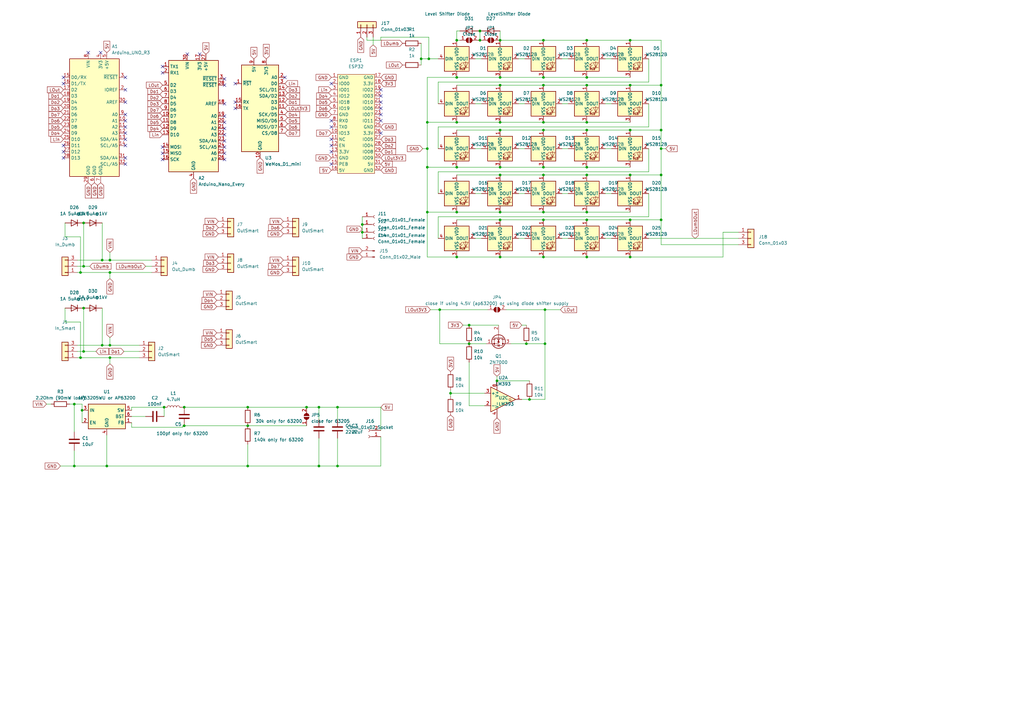
<source format=kicad_sch>
(kicad_sch (version 20230121) (generator eeschema)
  (paper "A3")
  (junction (at 240.665 71.755))
  (junction (at 187.325 31.75))
  (junction (at 45.085 106.68))
  (junction (at 258.445 105.41))
  (junction (at 223.52 127))
  (junction (at 30.48 191.135))
  (junction (at 138.43 167.005))
  (junction (at 187.325 50.165))
  (junction (at 205.105 16.51))
  (junction (at 45.085 141.605))
  (junction (at 33.655 168.275))
  (junction (at 196.85 16.51))
  (junction (at 148.59 95.25))
  (junction (at 130.81 167.005))
  (junction (at 175.895 24.13))
  (junction (at 205.105 53.34))
  (junction (at 45.085 111.76))
  (junction (at 175.26 50.165))
  (junction (at 258.445 34.925))
  (junction (at 205.105 90.17))
  (junction (at 101.6 167.005))
  (junction (at 148.59 92.075))
  (junction (at 240.665 68.58))
  (junction (at 175.26 60.96))
  (junction (at 30.48 165.735))
  (junction (at 205.105 86.995))
  (junction (at 215.9 140.97))
  (junction (at 187.325 86.995))
  (junction (at 271.145 60.96))
  (junction (at 184.785 161.29))
  (junction (at 222.885 34.925))
  (junction (at 240.665 50.165))
  (junction (at 34.29 109.22))
  (junction (at 172.72 24.13))
  (junction (at 222.885 50.165))
  (junction (at 205.105 105.41))
  (junction (at 240.665 16.51))
  (junction (at 222.885 31.75))
  (junction (at 217.17 163.83))
  (junction (at 271.145 34.925))
  (junction (at 34.29 144.145))
  (junction (at 240.665 105.41))
  (junction (at 192.405 140.97))
  (junction (at 222.885 105.41))
  (junction (at 192.405 133.35))
  (junction (at 223.52 140.97))
  (junction (at 205.105 71.755))
  (junction (at 67.31 167.005))
  (junction (at 222.885 90.17))
  (junction (at 240.665 53.34))
  (junction (at 240.665 34.925))
  (junction (at 222.885 86.995))
  (junction (at 222.885 16.51))
  (junction (at 240.665 86.995))
  (junction (at 101.6 191.135))
  (junction (at 271.145 90.17))
  (junction (at 258.445 16.51))
  (junction (at 180.34 127))
  (junction (at 205.105 31.75))
  (junction (at 43.815 191.135))
  (junction (at 75.565 174.625))
  (junction (at 34.29 91.44))
  (junction (at 175.26 68.58))
  (junction (at 222.885 53.34))
  (junction (at 205.105 34.925))
  (junction (at 240.665 90.17))
  (junction (at 271.145 71.755))
  (junction (at 34.29 126.365))
  (junction (at 33.02 111.76))
  (junction (at 187.325 105.41))
  (junction (at 187.325 16.51))
  (junction (at 41.91 106.68))
  (junction (at 258.445 53.34))
  (junction (at 41.91 141.605))
  (junction (at 222.885 71.755))
  (junction (at 130.81 191.135))
  (junction (at 203.835 156.21))
  (junction (at 175.26 86.995))
  (junction (at 240.665 31.75))
  (junction (at 33.02 146.685))
  (junction (at 258.445 71.755))
  (junction (at 138.43 191.135))
  (junction (at 75.565 167.005))
  (junction (at 196.85 12.7))
  (junction (at 271.145 53.34))
  (junction (at 125.73 167.005))
  (junction (at 258.445 90.17))
  (junction (at 101.6 174.625))
  (junction (at 222.885 68.58))
  (junction (at 205.105 68.58))
  (junction (at 45.085 146.685))
  (junction (at 205.105 50.165))
  (junction (at 187.325 68.58))
  (no_connect (at 156.21 54.61))
  (no_connect (at 51.435 67.31))
  (no_connect (at 92.075 50.165))
  (no_connect (at 92.075 62.865))
  (no_connect (at 81.915 22.225))
  (no_connect (at 51.435 46.99))
  (no_connect (at 135.89 67.31))
  (no_connect (at 51.435 54.61))
  (no_connect (at 96.52 44.45))
  (no_connect (at 135.89 52.07))
  (no_connect (at 156.21 41.91))
  (no_connect (at 26.035 31.75))
  (no_connect (at 135.89 49.53))
  (no_connect (at 135.89 62.23))
  (no_connect (at 92.075 57.785))
  (no_connect (at 92.075 42.545))
  (no_connect (at 51.435 41.91))
  (no_connect (at 96.52 34.29))
  (no_connect (at 92.075 47.625))
  (no_connect (at 135.89 34.29))
  (no_connect (at 92.075 34.925))
  (no_connect (at 66.675 62.865))
  (no_connect (at 156.21 44.45))
  (no_connect (at 51.435 64.77))
  (no_connect (at 26.035 62.23))
  (no_connect (at 51.435 36.83))
  (no_connect (at 135.89 57.15))
  (no_connect (at 26.035 34.29))
  (no_connect (at 51.435 52.07))
  (no_connect (at 156.21 39.37))
  (no_connect (at 92.075 60.325))
  (no_connect (at 26.035 59.69))
  (no_connect (at 66.675 60.325))
  (no_connect (at 51.435 57.15))
  (no_connect (at 51.435 49.53))
  (no_connect (at 66.675 29.845))
  (no_connect (at 51.435 59.69))
  (no_connect (at 51.435 31.75))
  (no_connect (at 36.195 21.59))
  (no_connect (at 26.035 64.77))
  (no_connect (at 92.075 55.245))
  (no_connect (at 92.075 65.405))
  (no_connect (at 156.21 46.99))
  (no_connect (at 41.275 21.59))
  (no_connect (at 92.075 32.385))
  (no_connect (at 76.835 22.225))
  (no_connect (at 156.21 36.83))
  (no_connect (at 66.675 27.305))
  (no_connect (at 66.675 65.405))
  (no_connect (at 92.075 52.705))
  (no_connect (at 156.21 49.53))
  (no_connect (at 96.52 41.91))
  (no_connect (at 116.84 31.75))
  (no_connect (at 135.89 59.69))
  (wire (pts (xy 205.105 31.75) (xy 187.325 31.75)))
  (wire (pts (xy 205.105 71.755) (xy 222.885 71.755)))
  (wire (pts (xy 31.75 144.145) (xy 34.29 144.145)))
  (wire (pts (xy 34.29 144.145) (xy 39.37 144.145)))
  (wire (pts (xy 101.6 167.005) (xy 125.73 167.005)))
  (wire (pts (xy 196.215 12.7) (xy 196.85 12.7)))
  (wire (pts (xy 30.48 165.735) (xy 30.48 177.165)))
  (wire (pts (xy 175.895 24.13) (xy 175.895 15.24)))
  (wire (pts (xy 194.945 79.375) (xy 197.485 79.375)))
  (wire (pts (xy 273.05 60.96) (xy 271.145 60.96)))
  (wire (pts (xy 150.495 15.24) (xy 150.495 16.51)))
  (wire (pts (xy 189.865 133.35) (xy 192.405 133.35)))
  (wire (pts (xy 26.67 97.155) (xy 33.02 97.155)))
  (wire (pts (xy 212.725 60.96) (xy 215.265 60.96)))
  (wire (pts (xy 271.145 60.96) (xy 271.145 71.755)))
  (wire (pts (xy 53.975 168.275) (xy 53.975 167.005)))
  (wire (pts (xy 240.665 16.51) (xy 258.445 16.51)))
  (wire (pts (xy 217.17 156.21) (xy 203.835 156.21)))
  (wire (pts (xy 19.05 165.735) (xy 20.955 165.735)))
  (wire (pts (xy 156.21 176.53) (xy 156.21 167.005)))
  (wire (pts (xy 45.085 111.76) (xy 62.23 111.76)))
  (wire (pts (xy 212.725 79.375) (xy 215.265 79.375)))
  (wire (pts (xy 222.885 34.925) (xy 240.665 34.925)))
  (wire (pts (xy 240.665 86.995) (xy 222.885 86.995)))
  (wire (pts (xy 205.105 68.58) (xy 187.325 68.58)))
  (wire (pts (xy 192.405 166.37) (xy 192.405 148.59)))
  (wire (pts (xy 33.02 146.685) (xy 45.085 146.685)))
  (wire (pts (xy 180.34 140.97) (xy 180.34 127)))
  (wire (pts (xy 138.43 167.005) (xy 156.21 167.005)))
  (wire (pts (xy 271.145 90.17) (xy 258.445 90.17)))
  (wire (pts (xy 31.75 141.605) (xy 41.91 141.605)))
  (wire (pts (xy 205.105 16.51) (xy 222.885 16.51)))
  (wire (pts (xy 31.75 146.685) (xy 33.02 146.685)))
  (wire (pts (xy 258.445 68.58) (xy 240.665 68.58)))
  (wire (pts (xy 240.665 71.755) (xy 258.445 71.755)))
  (wire (pts (xy 101.6 182.245) (xy 101.6 191.135)))
  (wire (pts (xy 222.885 16.51) (xy 240.665 16.51)))
  (wire (pts (xy 45.085 106.68) (xy 62.23 106.68)))
  (wire (pts (xy 180.34 127) (xy 200.025 127)))
  (wire (pts (xy 75.565 174.625) (xy 101.6 174.625)))
  (wire (pts (xy 138.43 167.005) (xy 138.43 172.085)))
  (wire (pts (xy 59.69 109.22) (xy 62.23 109.22)))
  (wire (pts (xy 212.725 42.545) (xy 215.265 42.545)))
  (wire (pts (xy 266.065 52.07) (xy 179.705 52.07)))
  (wire (pts (xy 248.285 60.96) (xy 250.825 60.96)))
  (wire (pts (xy 50.8 144.145) (xy 57.15 144.145)))
  (wire (pts (xy 187.325 53.34) (xy 205.105 53.34)))
  (wire (pts (xy 184.785 160.02) (xy 184.785 161.29)))
  (wire (pts (xy 156.21 15.24) (xy 175.895 15.24)))
  (wire (pts (xy 31.75 106.68) (xy 41.91 106.68)))
  (wire (pts (xy 187.325 34.925) (xy 205.105 34.925)))
  (wire (pts (xy 266.065 88.9) (xy 179.705 88.9)))
  (wire (pts (xy 196.85 12.7) (xy 196.85 16.51)))
  (wire (pts (xy 45.085 138.43) (xy 45.085 141.605)))
  (wire (pts (xy 222.885 50.165) (xy 240.665 50.165)))
  (wire (pts (xy 45.085 111.76) (xy 45.085 114.3)))
  (wire (pts (xy 258.445 90.17) (xy 240.665 90.17)))
  (wire (pts (xy 148.59 92.075) (xy 148.59 95.25)))
  (wire (pts (xy 271.145 53.34) (xy 271.145 60.96)))
  (wire (pts (xy 187.325 68.58) (xy 175.26 68.58)))
  (wire (pts (xy 223.52 163.83) (xy 223.52 140.97)))
  (wire (pts (xy 302.895 100.33) (xy 271.145 100.33)))
  (wire (pts (xy 45.085 146.685) (xy 45.085 149.225)))
  (wire (pts (xy 199.39 140.97) (xy 192.405 140.97)))
  (wire (pts (xy 33.02 97.155) (xy 33.02 111.76)))
  (wire (pts (xy 222.885 71.755) (xy 240.665 71.755)))
  (wire (pts (xy 205.105 86.995) (xy 187.325 86.995)))
  (wire (pts (xy 187.325 86.995) (xy 175.26 86.995)))
  (wire (pts (xy 75.565 174.625) (xy 74.93 174.625)))
  (wire (pts (xy 196.85 12.7) (xy 197.485 12.7)))
  (wire (pts (xy 222.885 53.34) (xy 240.665 53.34)))
  (wire (pts (xy 230.505 79.375) (xy 233.045 79.375)))
  (wire (pts (xy 53.975 175.26) (xy 53.975 173.355)))
  (wire (pts (xy 31.75 109.22) (xy 34.29 109.22)))
  (wire (pts (xy 153.035 15.24) (xy 153.035 18.415)))
  (wire (pts (xy 187.325 12.7) (xy 187.325 16.51)))
  (wire (pts (xy 258.445 53.34) (xy 271.145 53.34)))
  (wire (pts (xy 41.91 141.605) (xy 45.085 141.605)))
  (wire (pts (xy 205.105 53.34) (xy 222.885 53.34)))
  (wire (pts (xy 258.445 105.41) (xy 296.545 105.41)))
  (wire (pts (xy 74.93 175.26) (xy 53.975 175.26)))
  (wire (pts (xy 266.065 42.545) (xy 266.065 52.07)))
  (wire (pts (xy 266.065 97.79) (xy 302.895 97.79)))
  (wire (pts (xy 266.065 70.485) (xy 179.705 70.485)))
  (wire (pts (xy 148.59 95.25) (xy 148.59 97.79)))
  (wire (pts (xy 213.995 133.35) (xy 215.9 133.35)))
  (wire (pts (xy 34.29 91.44) (xy 34.29 109.22)))
  (wire (pts (xy 240.665 34.925) (xy 258.445 34.925)))
  (wire (pts (xy 212.725 97.79) (xy 215.265 97.79)))
  (wire (pts (xy 130.81 179.705) (xy 130.81 191.135)))
  (wire (pts (xy 240.665 50.165) (xy 258.445 50.165)))
  (wire (pts (xy 101.6 191.135) (xy 130.81 191.135)))
  (wire (pts (xy 248.285 24.13) (xy 250.825 24.13)))
  (wire (pts (xy 31.75 111.76) (xy 33.02 111.76)))
  (wire (pts (xy 258.445 34.925) (xy 271.145 34.925)))
  (wire (pts (xy 24.765 191.135) (xy 30.48 191.135)))
  (wire (pts (xy 33.02 111.76) (xy 45.085 111.76)))
  (wire (pts (xy 187.325 105.41) (xy 175.26 105.41)))
  (wire (pts (xy 175.26 105.41) (xy 175.26 86.995)))
  (wire (pts (xy 258.445 71.755) (xy 271.145 71.755)))
  (wire (pts (xy 188.595 12.7) (xy 187.325 12.7)))
  (wire (pts (xy 175.26 86.995) (xy 175.26 68.58)))
  (wire (pts (xy 266.065 60.96) (xy 266.065 70.485)))
  (wire (pts (xy 43.815 191.135) (xy 43.815 178.435)))
  (wire (pts (xy 222.885 31.75) (xy 205.105 31.75)))
  (wire (pts (xy 175.26 68.58) (xy 175.26 60.96)))
  (wire (pts (xy 176.53 127) (xy 180.34 127)))
  (wire (pts (xy 179.705 52.07) (xy 179.705 60.96)))
  (wire (pts (xy 222.885 86.995) (xy 205.105 86.995)))
  (wire (pts (xy 33.655 168.275) (xy 33.655 165.735)))
  (wire (pts (xy 184.785 161.29) (xy 184.785 162.56)))
  (wire (pts (xy 172.72 24.13) (xy 175.895 24.13)))
  (wire (pts (xy 205.105 50.165) (xy 222.885 50.165)))
  (wire (pts (xy 192.405 133.35) (xy 204.47 133.35)))
  (wire (pts (xy 215.9 140.97) (xy 223.52 140.97)))
  (wire (pts (xy 209.55 140.97) (xy 215.9 140.97)))
  (wire (pts (xy 75.565 167.005) (xy 101.6 167.005)))
  (wire (pts (xy 266.065 33.655) (xy 179.705 33.655)))
  (wire (pts (xy 194.945 60.96) (xy 197.485 60.96)))
  (wire (pts (xy 213.995 163.83) (xy 217.17 163.83)))
  (wire (pts (xy 248.285 42.545) (xy 250.825 42.545)))
  (wire (pts (xy 173.355 60.96) (xy 175.26 60.96)))
  (wire (pts (xy 74.93 174.625) (xy 74.93 175.26)))
  (wire (pts (xy 45.085 141.605) (xy 57.15 141.605)))
  (wire (pts (xy 248.285 97.79) (xy 250.825 97.79)))
  (wire (pts (xy 187.325 71.755) (xy 205.105 71.755)))
  (wire (pts (xy 230.505 42.545) (xy 233.045 42.545)))
  (wire (pts (xy 205.105 12.7) (xy 205.105 16.51)))
  (wire (pts (xy 196.85 16.51) (xy 197.485 16.51)))
  (wire (pts (xy 271.145 34.925) (xy 271.145 53.34)))
  (wire (pts (xy 296.545 105.41) (xy 296.545 95.25)))
  (wire (pts (xy 130.81 167.005) (xy 130.81 172.085)))
  (wire (pts (xy 194.945 97.79) (xy 197.485 97.79)))
  (wire (pts (xy 222.885 105.41) (xy 205.105 105.41)))
  (wire (pts (xy 26.67 91.44) (xy 26.67 97.155)))
  (wire (pts (xy 205.105 34.925) (xy 222.885 34.925)))
  (wire (pts (xy 212.725 24.13) (xy 215.265 24.13)))
  (wire (pts (xy 179.705 33.655) (xy 179.705 42.545)))
  (wire (pts (xy 53.975 167.005) (xy 67.31 167.005)))
  (wire (pts (xy 205.105 90.17) (xy 187.325 90.17)))
  (wire (pts (xy 240.665 68.58) (xy 222.885 68.58)))
  (wire (pts (xy 175.895 24.13) (xy 179.705 24.13)))
  (wire (pts (xy 248.285 79.375) (xy 250.825 79.375)))
  (wire (pts (xy 172.72 17.78) (xy 172.72 24.13)))
  (wire (pts (xy 217.17 163.83) (xy 223.52 163.83)))
  (wire (pts (xy 138.43 179.705) (xy 138.43 191.135)))
  (wire (pts (xy 28.575 165.735) (xy 30.48 165.735)))
  (wire (pts (xy 150.495 16.51) (xy 156.21 16.51)))
  (wire (pts (xy 41.91 106.68) (xy 45.085 106.68)))
  (wire (pts (xy 266.065 79.375) (xy 266.065 88.9)))
  (wire (pts (xy 175.26 31.75) (xy 175.26 50.165)))
  (wire (pts (xy 240.665 53.34) (xy 258.445 53.34)))
  (wire (pts (xy 258.445 31.75) (xy 240.665 31.75)))
  (wire (pts (xy 33.02 132.08) (xy 33.02 146.685)))
  (wire (pts (xy 205.105 105.41) (xy 187.325 105.41)))
  (wire (pts (xy 130.81 191.135) (xy 138.43 191.135)))
  (wire (pts (xy 33.655 168.275) (xy 33.655 173.355)))
  (wire (pts (xy 266.065 24.13) (xy 266.065 33.655)))
  (wire (pts (xy 194.945 42.545) (xy 197.485 42.545)))
  (wire (pts (xy 26.67 132.08) (xy 33.02 132.08)))
  (wire (pts (xy 148.59 88.9) (xy 148.59 92.075)))
  (wire (pts (xy 101.6 174.625) (xy 125.73 174.625)))
  (wire (pts (xy 230.505 97.79) (xy 233.045 97.79)))
  (wire (pts (xy 271.145 16.51) (xy 271.145 34.925)))
  (wire (pts (xy 34.29 126.365) (xy 34.29 144.145)))
  (wire (pts (xy 240.665 31.75) (xy 222.885 31.75)))
  (wire (pts (xy 223.52 140.97) (xy 223.52 127)))
  (wire (pts (xy 271.145 71.755) (xy 271.145 90.17)))
  (wire (pts (xy 203.835 154.305) (xy 203.835 156.21)))
  (wire (pts (xy 45.085 103.505) (xy 45.085 106.68)))
  (wire (pts (xy 179.705 88.9) (xy 179.705 97.79)))
  (wire (pts (xy 207.645 127) (xy 223.52 127)))
  (wire (pts (xy 230.505 24.13) (xy 233.045 24.13)))
  (wire (pts (xy 184.785 161.29) (xy 198.755 161.29)))
  (wire (pts (xy 222.885 68.58) (xy 205.105 68.58)))
  (wire (pts (xy 240.665 90.17) (xy 222.885 90.17)))
  (wire (pts (xy 196.215 16.51) (xy 196.85 16.51)))
  (wire (pts (xy 53.975 170.815) (xy 59.69 170.815)))
  (wire (pts (xy 192.405 140.97) (xy 180.34 140.97)))
  (wire (pts (xy 187.325 50.165) (xy 205.105 50.165)))
  (wire (pts (xy 45.085 146.685) (xy 57.15 146.685)))
  (wire (pts (xy 240.665 105.41) (xy 222.885 105.41)))
  (wire (pts (xy 30.48 191.135) (xy 43.815 191.135)))
  (wire (pts (xy 179.705 70.485) (xy 179.705 79.375)))
  (wire (pts (xy 125.73 167.005) (xy 130.81 167.005)))
  (wire (pts (xy 258.445 16.51) (xy 271.145 16.51)))
  (wire (pts (xy 230.505 60.96) (xy 233.045 60.96)))
  (wire (pts (xy 156.21 179.07) (xy 156.21 191.135)))
  (wire (pts (xy 30.48 184.785) (xy 30.48 191.135)))
  (wire (pts (xy 222.885 90.17) (xy 205.105 90.17)))
  (wire (pts (xy 138.43 191.135) (xy 156.21 191.135)))
  (wire (pts (xy 156.21 16.51) (xy 156.21 15.24)))
  (wire (pts (xy 74.93 167.005) (xy 75.565 167.005)))
  (wire (pts (xy 34.29 109.22) (xy 36.83 109.22)))
  (wire (pts (xy 271.145 100.33) (xy 271.145 90.17)))
  (wire (pts (xy 30.48 165.735) (xy 33.655 165.735)))
  (wire (pts (xy 175.26 60.96) (xy 175.26 50.165)))
  (wire (pts (xy 187.325 16.51) (xy 188.595 16.51)))
  (wire (pts (xy 43.815 191.135) (xy 101.6 191.135)))
  (wire (pts (xy 67.31 167.005) (xy 67.31 170.815)))
  (wire (pts (xy 194.945 24.13) (xy 197.485 24.13)))
  (wire (pts (xy 258.445 105.41) (xy 240.665 105.41)))
  (wire (pts (xy 175.26 50.165) (xy 187.325 50.165)))
  (wire (pts (xy 172.72 24.13) (xy 172.72 26.67)))
  (wire (pts (xy 223.52 127) (xy 229.87 127)))
  (wire (pts (xy 41.91 91.44) (xy 41.91 106.68)))
  (wire (pts (xy 187.325 31.75) (xy 175.26 31.75)))
  (wire (pts (xy 130.81 167.005) (xy 138.43 167.005)))
  (wire (pts (xy 258.445 86.995) (xy 240.665 86.995)))
  (wire (pts (xy 26.67 126.365) (xy 26.67 132.08)))
  (wire (pts (xy 198.755 166.37) (xy 192.405 166.37)))
  (wire (pts (xy 296.545 95.25) (xy 302.895 95.25)))
  (wire (pts (xy 41.91 126.365) (xy 41.91 141.605)))
  (global_label "GND" (shape input) (at 89.535 95.885 180) (property "Intersheetrefs" "${INTERSHEET_REFS}" (effects hide)))
  (global_label "Do5" (shape input) (at 116.84 49.53 0) (property "Intersheetrefs" "${INTERSHEET_REFS}" (effects hide)))
  (global_label "GND" (shape input) (at 156.21 69.85 0) (property "Intersheetrefs" "${INTERSHEET_REFS}" (effects hide)))
  (global_label "GND" (shape input) (at 38.735 74.93 270) (property "Intersheetrefs" "${INTERSHEET_REFS}" (effects hide)))
  (global_label "GND" (shape input) (at 88.9 125.73 180) (property "Intersheetrefs" "${INTERSHEET_REFS}" (effects hide)))
  (global_label "Do3" (shape input) (at 156.21 57.15 0) (property "Intersheetrefs" "${INTERSHEET_REFS}" (effects hide)))
  (global_label "LDumbOut" (shape input) (at 59.69 109.22 180) (property "Intersheetrefs" "${INTERSHEET_REFS}" (effects hide)))
  (global_label "Do6" (shape input) (at 116.84 52.07 0) (property "Intersheetrefs" "${INTERSHEET_REFS}" (effects hide)))
  (global_label "LOut" (shape input) (at 66.675 34.925 180) (property "Intersheetrefs" "${INTERSHEET_REFS}" (effects hide)))
  (global_label "VIN" (shape input) (at 88.9 136.525 180) (property "Intersheetrefs" "${INTERSHEET_REFS}" (effects hide)))
  (global_label "LOut" (shape input) (at 229.87 127 0) (property "Intersheetrefs" "${INTERSHEET_REFS}" (effects hide)))
  (global_label "Do5" (shape input) (at 88.9 139.065 180) (property "Intersheetrefs" "${INTERSHEET_REFS}" (effects hide)))
  (global_label "LOut3V3" (shape input) (at 156.21 64.77 0) (property "Intersheetrefs" "${INTERSHEET_REFS}" (effects hide)))
  (global_label "Do3" (shape input) (at 66.675 42.545 180) (property "Intersheetrefs" "${INTERSHEET_REFS}" (effects hide)))
  (global_label "Do6" (shape input) (at 66.675 47.625 180) (property "Intersheetrefs" "${INTERSHEET_REFS}" (effects hide)))
  (global_label "VIN" (shape input) (at 116.205 106.68 180) (property "Intersheetrefs" "${INTERSHEET_REFS}" (effects hide)))
  (global_label "Do4" (shape input) (at 26.035 54.61 180) (property "Intersheetrefs" "${INTERSHEET_REFS}" (effects hide)))
  (global_label "Do6" (shape input) (at 116.205 93.345 180) (property "Intersheetrefs" "${INTERSHEET_REFS}" (effects hide)))
  (global_label "GND" (shape input) (at 106.68 64.77 270) (property "Intersheetrefs" "${INTERSHEET_REFS}" (effects hide)))
  (global_label "Do7" (shape input) (at 26.035 46.99 180) (property "Intersheetrefs" "${INTERSHEET_REFS}" (effects hide)))
  (global_label "LDumb" (shape input) (at 36.83 109.22 0) (property "Intersheetrefs" "${INTERSHEET_REFS}" (effects hide)))
  (global_label "Do3" (shape input) (at 26.035 44.45 180) (property "Intersheetrefs" "${INTERSHEET_REFS}" (effects hide)))
  (global_label "LOut" (shape input) (at 26.035 36.83 180) (property "Intersheetrefs" "${INTERSHEET_REFS}" (effects hide)))
  (global_label "VIN" (shape input) (at 89.535 90.805 180) (property "Intersheetrefs" "${INTERSHEET_REFS}" (effects hide)))
  (global_label "GND" (shape input) (at 116.205 95.885 180) (property "Intersheetrefs" "${INTERSHEET_REFS}" (effects hide)))
  (global_label "5V" (shape input) (at 213.995 133.35 180) (property "Intersheetrefs" "${INTERSHEET_REFS}" (effects hide)))
  (global_label "5V" (shape input) (at 104.14 24.13 90) (property "Intersheetrefs" "${INTERSHEET_REFS}" (effects hide)))
  (global_label "Lin" (shape input) (at 39.37 144.145 0) (property "Intersheetrefs" "${INTERSHEET_REFS}" (effects hide)))
  (global_label "Do2" (shape input) (at 26.035 41.91 180) (property "Intersheetrefs" "${INTERSHEET_REFS}" (effects hide)))
  (global_label "Do7" (shape input) (at 66.675 45.085 180) (property "Intersheetrefs" "${INTERSHEET_REFS}" (effects hide)))
  (global_label "Do6" (shape input) (at 135.89 44.45 180) (property "Intersheetrefs" "${INTERSHEET_REFS}" (effects hide)))
  (global_label "5V" (shape input) (at 43.815 21.59 90) (property "Intersheetrefs" "${INTERSHEET_REFS}" (effects hide)))
  (global_label "Do2" (shape input) (at 66.675 40.005 180) (property "Intersheetrefs" "${INTERSHEET_REFS}" (effects hide)))
  (global_label "LOut" (shape input) (at 165.1 26.67 180) (property "Intersheetrefs" "${INTERSHEET_REFS}" (effects hide)))
  (global_label "LOut3V3" (shape input) (at 176.53 127 180) (property "Intersheetrefs" "${INTERSHEET_REFS}" (effects hide)))
  (global_label "Lin" (shape input) (at 66.675 55.245 180) (property "Intersheetrefs" "${INTERSHEET_REFS}" (effects hide)))
  (global_label "GND" (shape input) (at 116.205 111.76 180) (property "Intersheetrefs" "${INTERSHEET_REFS}" (effects hide)))
  (global_label "VIN" (shape input) (at 45.085 138.43 90) (property "Intersheetrefs" "${INTERSHEET_REFS}" (effects hide)))
  (global_label "GND" (shape input) (at 156.21 52.07 0) (property "Intersheetrefs" "${INTERSHEET_REFS}" (effects hide)))
  (global_label "5V" (shape input) (at 135.89 69.85 180) (property "Intersheetrefs" "${INTERSHEET_REFS}" (effects hide)))
  (global_label "Do1" (shape input) (at 26.035 39.37 180) (property "Intersheetrefs" "${INTERSHEET_REFS}" (effects hide)))
  (global_label "VIN" (shape input) (at 19.05 165.735 180) (property "Intersheetrefs" "${INTERSHEET_REFS}" (effects hide)))
  (global_label "Do1" (shape input) (at 156.21 62.23 0) (property "Intersheetrefs" "${INTERSHEET_REFS}" (effects hide)))
  (global_label "GND" (shape input) (at 203.835 171.45 270) (property "Intersheetrefs" "${INTERSHEET_REFS}" (effects hide)))
  (global_label "GND" (shape input) (at 148.59 105.41 180) (property "Intersheetrefs" "${INTERSHEET_REFS}" (effects hide)))
  (global_label "5V" (shape input) (at 84.455 22.225 90) (property "Intersheetrefs" "${INTERSHEET_REFS}" (effects hide)))
  (global_label "3V3" (shape input) (at 189.865 133.35 180) (property "Intersheetrefs" "${INTERSHEET_REFS}" (effects hide)))
  (global_label "5V" (shape input) (at 153.035 18.415 270) (property "Intersheetrefs" "${INTERSHEET_REFS}" (effects hide)))
  (global_label "Lin" (shape input) (at 116.84 34.29 0) (property "Intersheetrefs" "${INTERSHEET_REFS}" (effects hide)))
  (global_label "GND" (shape input) (at 45.085 114.3 270) (property "Intersheetrefs" "${INTERSHEET_REFS}" (effects hide)))
  (global_label "VIN" (shape input) (at 148.59 102.87 180) (property "Intersheetrefs" "${INTERSHEET_REFS}" (effects hide)))
  (global_label "VIN" (shape input) (at 88.9 120.65 180) (property "Intersheetrefs" "${INTERSHEET_REFS}" (effects hide)))
  (global_label "GND" (shape input) (at 36.195 74.93 270) (property "Intersheetrefs" "${INTERSHEET_REFS}" (effects hide)))
  (global_label "GND" (shape input) (at 135.89 46.99 180) (property "Intersheetrefs" "${INTERSHEET_REFS}" (effects hide)))
  (global_label "Do2" (shape input) (at 89.535 93.345 180) (property "Intersheetrefs" "${INTERSHEET_REFS}" (effects hide)))
  (global_label "Do5" (shape input) (at 135.89 41.91 180) (property "Intersheetrefs" "${INTERSHEET_REFS}" (effects hide)))
  (global_label "Do1" (shape input) (at 116.84 41.91 0) (property "Intersheetrefs" "${INTERSHEET_REFS}" (effects hide)))
  (global_label "Do4" (shape input) (at 66.675 52.705 180) (property "Intersheetrefs" "${INTERSHEET_REFS}" (effects hide)))
  (global_label "GND" (shape input) (at 41.275 74.93 270) (property "Intersheetrefs" "${INTERSHEET_REFS}" (effects hide)))
  (global_label "Do1" (shape input) (at 66.675 37.465 180) (property "Intersheetrefs" "${INTERSHEET_REFS}" (effects hide)))
  (global_label "GND" (shape input) (at 135.89 31.75 180) (property "Intersheetrefs" "${INTERSHEET_REFS}" (effects hide)))
  (global_label "Lin" (shape input) (at 135.89 36.83 180) (property "Intersheetrefs" "${INTERSHEET_REFS}" (effects hide)))
  (global_label "GND" (shape input) (at 88.9 141.605 180) (property "Intersheetrefs" "${INTERSHEET_REFS}" (effects hide)))
  (global_label "Do4" (shape input) (at 116.84 46.99 0) (property "Intersheetrefs" "${INTERSHEET_REFS}" (effects hide)))
  (global_label "VIN" (shape input) (at 45.085 103.505 90) (property "Intersheetrefs" "${INTERSHEET_REFS}" (effects hide)))
  (global_label "Lin" (shape input) (at 26.035 57.15 180) (property "Intersheetrefs" "${INTERSHEET_REFS}" (effects hide)))
  (global_label "3V3" (shape input) (at 184.785 152.4 90) (property "Intersheetrefs" "${INTERSHEET_REFS}" (effects hide)))
  (global_label "Do6" (shape input) (at 26.035 49.53 180) (property "Intersheetrefs" "${INTERSHEET_REFS}" (effects hide)))
  (global_label "GND" (shape input) (at 156.21 31.75 0) (property "Intersheetrefs" "${INTERSHEET_REFS}" (effects hide)))
  (global_label "Do4" (shape input) (at 88.9 123.19 180) (property "Intersheetrefs" "${INTERSHEET_REFS}" (effects hide)))
  (global_label "Do2" (shape input) (at 156.21 59.69 0) (property "Intersheetrefs" "${INTERSHEET_REFS}" (effects hide)))
  (global_label "Do2" (shape input) (at 116.84 39.37 0) (property "Intersheetrefs" "${INTERSHEET_REFS}" (effects hide)))
  (global_label "GND" (shape input) (at 147.955 15.24 270) (property "Intersheetrefs" "${INTERSHEET_REFS}" (effects hide)))
  (global_label "GND" (shape input) (at 148.59 93.98 180) (property "Intersheetrefs" "${INTERSHEET_REFS}" (effects hide)))
  (global_label "3V3" (shape input) (at 109.22 24.13 90) (property "Intersheetrefs" "${INTERSHEET_REFS}" (effects hide)))
  (global_label "Do7" (shape input) (at 116.205 109.22 180) (property "Intersheetrefs" "${INTERSHEET_REFS}" (effects hide)))
  (global_label "Do1" (shape input) (at 50.8 144.145 180) (property "Intersheetrefs" "${INTERSHEET_REFS}" (effects hide)))
  (global_label "5V" (shape input) (at 156.21 67.31 0) (property "Intersheetrefs" "${INTERSHEET_REFS}" (effects hide)))
  (global_label "Do7" (shape input) (at 135.89 54.61 180) (property "Intersheetrefs" "${INTERSHEET_REFS}" (effects hide)))
  (global_label "3V3" (shape input) (at 156.21 34.29 0) (property "Intersheetrefs" "${INTERSHEET_REFS}" (effects hide)))
  (global_label "5V" (shape input) (at 156.21 167.005 0) (property "Intersheetrefs" "${INTERSHEET_REFS}" (effects hide)))
  (global_label "Do5" (shape input) (at 66.675 50.165 180) (property "Intersheetrefs" "${INTERSHEET_REFS}" (effects hide)))
  (global_label "VIN" (shape input) (at 89.535 105.41 180) (property "Intersheetrefs" "${INTERSHEET_REFS}" (effects hide)))
  (global_label "GND" (shape input) (at 24.765 191.135 180) (property "Intersheetrefs" "${INTERSHEET_REFS}" (effects hide)))
  (global_label "GND" (shape input) (at 45.085 149.225 270) (property "Intersheetrefs" "${INTERSHEET_REFS}" (effects hide)))
  (global_label "GND" (shape input) (at 89.535 110.49 180) (property "Intersheetrefs" "${INTERSHEET_REFS}" (effects hide)))
  (global_label "GND" (shape input) (at 135.89 64.77 180) (property "Intersheetrefs" "${INTERSHEET_REFS}" (effects hide)))
  (global_label "LDumb" (shape input) (at 165.1 17.78 180) (property "Intersheetrefs" "${INTERSHEET_REFS}" (effects hide)))
  (global_label "VIN" (shape input) (at 116.205 90.805 180) (property "Intersheetrefs" "${INTERSHEET_REFS}" (effects hide)))
  (global_label "Do7" (shape input) (at 116.84 54.61 0) (property "Intersheetrefs" "${INTERSHEET_REFS}" (effects hide)))
  (global_label "Do5" (shape input) (at 26.035 52.07 180) (property "Intersheetrefs" "${INTERSHEET_REFS}" (effects hide)))
  (global_label "GND" (shape input) (at 79.375 73.025 270) (property "Intersheetrefs" "${INTERSHEET_REFS}" (effects hide)))
  (global_label "LDumbOut" (shape input) (at 285.115 97.79 90) (property "Intersheetrefs" "${INTERSHEET_REFS}" (effects hide)))
  (global_label "GND" (shape input) (at 184.785 170.18 270) (property "Intersheetrefs" "${INTERSHEET_REFS}" (effects hide)))
  (global_label "5V" (shape input) (at 273.05 60.96 0) (property "Intersheetrefs" "${INTERSHEET_REFS}" (effects hide)))
  (global_label "GND" (shape input) (at 173.355 60.96 180) (property "Intersheetrefs" "${INTERSHEET_REFS}" (effects hide)))
  (global_label "Do3" (shape input) (at 89.535 107.95 180) (property "Intersheetrefs" "${INTERSHEET_REFS}" (effects hide)))
  (global_label "LOut3V3" (shape input) (at 116.84 44.45 0) (property "Intersheetrefs" "${INTERSHEET_REFS}" (effects hide)))
  (global_label "Do3" (shape input) (at 116.84 36.83 0) (property "Intersheetrefs" "${INTERSHEET_REFS}" (effects hide)))
  (global_label "Do4" (shape input) (at 135.89 39.37 180) (property "Intersheetrefs" "${INTERSHEET_REFS}" (effects hide)))
  (global_label "5V" (shape input) (at 203.835 154.305 90) (property "Intersheetrefs" "${INTERSHEET_REFS}" (effects hide)))
  (symbol (lib_id "LED:WS2812B") (at 240.665 24.13 0) (unit 1)
    (property "Reference" "D4" (at 251.46 19.7993 0))
    (property "Value" "WS2812B" (at 251.46 22.3393 0))
    (property "Footprint" "LED_SMD:LED_WS2812B_PLCC4_5.0x5.0mm_P3.2mm" (effects hide))
    (property "Datasheet" "https://cdn-shop.adafruit.com/datasheets/WS2812B.pdf" (effects hide))
    (property "LCSC" "C2843785" (effects hide))
  )
  (symbol (lib_id "Device:C") (at 30.48 180.975 0) (unit 1)
    (property "Reference" "C1" (at 33.655 179.7049 0) (effects (justify left)))
    (property "Value" "10uF" (at 33.655 182.2449 0) (effects (justify left)))
    (property "Footprint" "Capacitor_SMD:C_1206_3216Metric" (effects hide))
    (property "LCSC" "C13585" (effects hide))
  )
  (symbol (lib_id "Device:R") (at 215.9 137.16 0) (unit 1)
    (property "Reference" "R5" (at 217.805 136.525 0) (effects (justify left)))
    (property "Value" "10k" (at 217.805 139.065 0) (effects (justify left)))
    (property "Footprint" "Resistor_SMD:R_0603_1608Metric" (effects hide))
  )
  (symbol (lib_id "LED:WS2812B") (at 240.665 42.545 0) (unit 1)
    (property "Reference" "D9" (at 251.46 38.2143 0))
    (property "Value" "WS2812B" (at 251.46 40.7543 0))
    (property "Footprint" "LED_SMD:LED_WS2812B_PLCC4_5.0x5.0mm_P3.2mm" (effects hide))
    (property "Datasheet" "https://cdn-shop.adafruit.com/datasheets/WS2812B.pdf" (effects hide))
    (property "LCSC" "C2843785" (effects hide))
  )
  (symbol (lib_id "Connector:Conn_01x01_Socket") (at 153.67 88.9 0) (unit 1)
    (property "Reference" "J11" (at 154.94 87.6299 0) (effects (justify left)))
    (property "Value" "Conn_01x01_Female" (at 154.94 90.1699 0) (effects (justify left)))
    (property "Footprint" "Library:Solder_Screw_Mount" (effects hide))
  )
  (symbol (lib_id "LED:WS2812B") (at 258.445 24.13 0) (unit 1)
    (property "Reference" "D5" (at 269.24 19.7993 0))
    (property "Value" "WS2812B" (at 269.24 22.3393 0))
    (property "Footprint" "LED_SMD:LED_WS2812B_PLCC4_5.0x5.0mm_P3.2mm" (effects hide))
    (property "Datasheet" "https://cdn-shop.adafruit.com/datasheets/WS2812B.pdf" (effects hide))
    (property "LCSC" "C2843785" (effects hide))
  )
  (symbol (lib_id "Transistor_FET:2N7000") (at 204.47 138.43 270) (unit 1)
    (property "Reference" "Q1" (at 204.47 146.05 90))
    (property "Value" "2N7000" (at 204.47 148.59 90))
    (property "Footprint" "Package_TO_SOT_SMD:SOT-23" (effects hide))
    (property "Datasheet" "https://www.vishay.com/docs/70226/70226.pdf" (effects hide))
  )
  (symbol (lib_id "LED:WS2812B") (at 205.105 24.13 0) (unit 1)
    (property "Reference" "D2" (at 215.9 19.7993 0))
    (property "Value" "WS2812B" (at 215.9 22.3393 0))
    (property "Footprint" "LED_SMD:LED_WS2812B_PLCC4_5.0x5.0mm_P3.2mm" (effects hide))
    (property "Datasheet" "https://cdn-shop.adafruit.com/datasheets/WS2812B.pdf" (effects hide))
    (property "LCSC" "C2843785" (effects hide))
  )
  (symbol (lib_id "Device:C") (at 130.81 175.895 0) (unit 1)
    (property "Reference" "C3" (at 144.145 174.6249 0) (effects (justify left)))
    (property "Value" "22uF" (at 144.145 177.1649 0) (effects (justify left)))
    (property "Footprint" "Capacitor_SMD:C_1206_3216Metric" (effects hide))
    (property "LCSC" " C15008" (effects hide))
  )
  (symbol (lib_id "LED:WS2812B") (at 205.105 79.375 0) (unit 1)
    (property "Reference" "D17" (at 215.9 75.0443 0))
    (property "Value" "WS2812B" (at 215.9 77.5843 0))
    (property "Footprint" "LED_SMD:LED_WS2812B_PLCC4_5.0x5.0mm_P3.2mm" (effects hide))
    (property "Datasheet" "https://cdn-shop.adafruit.com/datasheets/WS2812B.pdf" (effects hide))
    (property "LCSC" "C2843785" (effects hide))
  )
  (symbol (lib_id "LED:WS2812B") (at 205.105 97.79 0) (unit 1)
    (property "Reference" "D22" (at 215.9 93.4593 0))
    (property "Value" "WS2812B" (at 215.9 95.9993 0))
    (property "Footprint" "LED_SMD:LED_WS2812B_PLCC4_5.0x5.0mm_P3.2mm" (effects hide))
    (property "Datasheet" "https://cdn-shop.adafruit.com/datasheets/WS2812B.pdf" (effects hide))
    (property "LCSC" "C2843785" (effects hide))
  )
  (symbol (lib_id "Device:C") (at 63.5 170.815 90) (unit 1)
    (property "Reference" "C2" (at 63.5 163.195 90))
    (property "Value" "100nF" (at 63.5 165.735 90))
    (property "Footprint" "Capacitor_SMD:C_0603_1608Metric" (effects hide))
    (property "LCSC" "C14663" (effects hide))
  )
  (symbol (lib_id "Device:R") (at 168.91 17.78 90) (unit 1)
    (property "Reference" "R1" (at 168.91 12.065 90))
    (property "Value" "1k" (at 168.91 14.605 90))
    (property "Footprint" "Resistor_SMD:R_0603_1608Metric" (effects hide))
    (property "LCSC" "C21190" (effects hide))
  )
  (symbol (lib_id "LED:WS2812B") (at 222.885 24.13 0) (unit 1)
    (property "Reference" "D3" (at 233.68 19.7993 0))
    (property "Value" "WS2812B" (at 233.68 22.3393 0))
    (property "Footprint" "LED_SMD:LED_WS2812B_PLCC4_5.0x5.0mm_P3.2mm" (effects hide))
    (property "Datasheet" "https://cdn-shop.adafruit.com/datasheets/WS2812B.pdf" (effects hide))
    (property "LCSC" "C2843785" (effects hide))
  )
  (symbol (lib_id "Connector_Generic:Conn_01x03") (at 121.285 109.22 0) (unit 1)
    (property "Reference" "J10" (at 123.825 107.9499 0) (effects (justify left)))
    (property "Value" "OutSmart" (at 123.825 110.4899 0) (effects (justify left)))
    (property "Footprint" "Connector_JST:JST_PH_B3B-PH-SM4-TB_1x03-1MP_P2.00mm_Vertical" (effects hide))
  )
  (symbol (lib_id "LED:WS2812B") (at 222.885 42.545 0) (unit 1)
    (property "Reference" "D8" (at 233.68 38.2143 0))
    (property "Value" "WS2812B" (at 233.68 40.7543 0))
    (property "Footprint" "LED_SMD:LED_WS2812B_PLCC4_5.0x5.0mm_P3.2mm" (effects hide))
    (property "Datasheet" "https://cdn-shop.adafruit.com/datasheets/WS2812B.pdf" (effects hide))
    (property "LCSC" "C2843785" (effects hide))
  )
  (symbol (lib_id "LED:WS2812B") (at 187.325 79.375 0) (unit 1)
    (property "Reference" "D16" (at 198.12 75.0443 0))
    (property "Value" "WS2812B" (at 198.12 77.5843 0))
    (property "Footprint" "LED_SMD:LED_WS2812B_PLCC4_5.0x5.0mm_P3.2mm" (effects hide))
    (property "Datasheet" "https://cdn-shop.adafruit.com/datasheets/WS2812B.pdf" (effects hide))
    (property "LCSC" "C2843785" (effects hide))
  )
  (symbol (lib_id "Device:L") (at 71.12 167.005 90) (unit 1)
    (property "Reference" "L1" (at 71.12 161.29 90))
    (property "Value" "4.7uH" (at 71.12 163.83 90))
    (property "Footprint" "Inductor_SMD:L_1210_3225Metric" (effects hide))
    (property "Datasheet" "http://www.yuden.co.jp/cs/" (effects hide))
    (property "LCSC" "C90319" (effects hide))
  )
  (symbol (lib_id "Jumper:SolderJumper_2_Open") (at 192.405 16.51 0) (unit 1)
    (property "Reference" "JP2" (at 192.405 11.43 0))
    (property "Value" "Close" (at 192.405 13.97 0))
    (property "Footprint" "Resistor_SMD:R_0603_1608Metric_Pad0.98x0.95mm_HandSolder" (effects hide))
  )
  (symbol (lib_id "MCU_Module:Arduino_Nano_Every") (at 79.375 47.625 0) (unit 1)
    (property "Reference" "A2" (at 81.3944 73.025 0) (effects (justify left)))
    (property "Value" "Arduino_Nano_Every" (at 81.3944 75.565 0) (effects (justify left)))
    (property "Footprint" "Module:Arduino_Nano" (effects hide))
    (property "Datasheet" "https://content.arduino.cc/assets/NANOEveryV3.0_sch.pdf" (effects hide))
  )
  (symbol (lib_id "Connector_Generic:Conn_01x03") (at 26.67 144.145 180) (unit 1)
    (property "Reference" "J1" (at 26.67 132.08 0))
    (property "Value" "In_Smart" (at 26.67 134.62 0))
    (property "Footprint" "Connector_JST:JST_PH_B3B-PH-SM4-TB_1x03-1MP_P2.00mm_Vertical" (effects hide))
  )
  (symbol (lib_id "Jumper:SolderJumper_2_Open") (at 125.73 170.815 90) (unit 1)
    (property "Reference" "JP5" (at 127.635 170.18 90) (effects (justify right)))
    (property "Value" "close for 63205" (at 127.635 172.72 90) (effects (justify right)))
    (property "Footprint" "Resistor_SMD:R_0603_1608Metric_Pad0.98x0.95mm_HandSolder" (effects hide))
  )
  (symbol (lib_id "LED:WS2812B") (at 205.105 42.545 0) (unit 1)
    (property "Reference" "D7" (at 215.9 38.2143 0))
    (property "Value" "WS2812B" (at 215.9 40.7543 0))
    (property "Footprint" "LED_SMD:LED_WS2812B_PLCC4_5.0x5.0mm_P3.2mm" (effects hide))
    (property "Datasheet" "https://cdn-shop.adafruit.com/datasheets/WS2812B.pdf" (effects hide))
    (property "LCSC" "C2843785" (effects hide))
  )
  (symbol (lib_id "Jumper:SolderJumper_2_Open") (at 203.835 127 0) (unit 1)
    (property "Reference" "JP4" (at 203.835 121.92 0))
    (property "Value" "close if using 4.5V (ap63200) or using diode shifter supply" (at 203.835 124.46 0))
    (property "Footprint" "Resistor_SMD:R_0603_1608Metric_Pad0.98x0.95mm_HandSolder" (effects hide))
  )
  (symbol (lib_id "Device:C") (at 75.565 170.815 180) (unit 1)
    (property "Reference" "C5" (at 71.755 173.99 0) (effects (justify right)))
    (property "Value" "100pf only for 63200" (at 64.135 177.8 0) (effects (justify right)))
    (property "Footprint" "Capacitor_SMD:C_0603_1608Metric" (effects hide))
    (property "LCSC" "C14663" (effects hide))
  )
  (symbol (lib_id "LED:WS2812B") (at 222.885 97.79 0) (unit 1)
    (property "Reference" "D23" (at 233.68 93.4593 0))
    (property "Value" "WS2812B" (at 233.68 95.9993 0))
    (property "Footprint" "LED_SMD:LED_WS2812B_PLCC4_5.0x5.0mm_P3.2mm" (effects hide))
    (property "Datasheet" "https://cdn-shop.adafruit.com/datasheets/WS2812B.pdf" (effects hide))
    (property "LCSC" "C2843785" (effects hide))
  )
  (symbol (lib_id "Device:D") (at 38.1 91.44 180) (unit 1)
    (property "Reference" "D29" (at 38.1 85.09 0))
    (property "Value" "1A 5uA@1kV" (at 38.1 87.63 0))
    (property "Footprint" "Diode_SMD:D_SOD-123F" (effects hide))
    (property "LCSC" "C64898" (effects hide))
    (property "Sim.Device" "D" (effects hide))
    (property "Sim.Pins" "1=K 2=A" (effects hide))
  )
  (symbol (lib_id "LED:WS2812B") (at 240.665 79.375 0) (unit 1)
    (property "Reference" "D19" (at 251.46 75.0443 0))
    (property "Value" "WS2812B" (at 251.46 77.5843 0))
    (property "Footprint" "LED_SMD:LED_WS2812B_PLCC4_5.0x5.0mm_P3.2mm" (effects hide))
    (property "Datasheet" "https://cdn-shop.adafruit.com/datasheets/WS2812B.pdf" (effects hide))
    (property "LCSC" "C2843785" (effects hide))
  )
  (symbol (lib_id "Connector:Conn_01x02_Pin") (at 153.67 105.41 180) (unit 1)
    (property "Reference" "J15" (at 155.575 102.8699 0) (effects (justify right)))
    (property "Value" "Conn_01x02_Male" (at 155.575 105.4099 0) (effects (justify right)))
    (property "Footprint" "Connector_AMASS:AMASS_XT60-M_1x02_P7.20mm_Vertical" (effects hide))
  )
  (symbol (lib_id "Connector_Generic:Conn_01x03") (at 94.615 93.345 0) (unit 1)
    (property "Reference" "J7" (at 97.155 92.0749 0) (effects (justify left)))
    (property "Value" "OutSmart" (at 97.155 94.6149 0) (effects (justify left)))
    (property "Footprint" "Connector_JST:JST_PH_B3B-PH-SM4-TB_1x03-1MP_P2.00mm_Vertical" (effects hide))
  )
  (symbol (lib_id "Connector:Conn_01x01_Socket") (at 153.67 95.25 0) (unit 1)
    (property "Reference" "J13" (at 154.94 93.9799 0) (effects (justify left)))
    (property "Value" "Conn_01x01_Female" (at 154.94 96.5199 0) (effects (justify left)))
    (property "Footprint" "Library:Solder_Screw_Mount" (effects hide))
  )
  (symbol (lib_id "LED:WS2812B") (at 187.325 24.13 0) (unit 1)
    (property "Reference" "D1" (at 198.12 19.7993 0))
    (property "Value" "WS2812B" (at 198.12 22.3393 0))
    (property "Footprint" "LED_SMD:LED_WS2812B_PLCC4_5.0x5.0mm_P3.2mm" (effects hide))
    (property "Datasheet" "https://cdn-shop.adafruit.com/datasheets/WS2812B.pdf" (effects hide))
    (property "LCSC" "C2843785" (effects hide))
  )
  (symbol (lib_id "Connector_Generic:Conn_01x03") (at 94.615 107.95 0) (unit 1)
    (property "Reference" "J8" (at 97.155 106.6799 0) (effects (justify left)))
    (property "Value" "OutSmart" (at 97.155 109.2199 0) (effects (justify left)))
    (property "Footprint" "Connector_JST:JST_PH_B3B-PH-SM4-TB_1x03-1MP_P2.00mm_Vertical" (effects hide))
  )
  (symbol (lib_id "LED:WS2812B") (at 187.325 60.96 0) (unit 1)
    (property "Reference" "D11" (at 198.12 56.6293 0))
    (property "Value" "WS2812B" (at 198.12 59.1693 0))
    (property "Footprint" "LED_SMD:LED_WS2812B_PLCC4_5.0x5.0mm_P3.2mm" (effects hide))
    (property "Datasheet" "https://cdn-shop.adafruit.com/datasheets/WS2812B.pdf" (effects hide))
    (property "LCSC" "C2843785" (effects hide))
  )
  (symbol (lib_id "Device:D") (at 38.1 126.365 180) (unit 1)
    (property "Reference" "D30" (at 38.1 119.38 0))
    (property "Value" "1A 5uA@1kV" (at 38.1 121.92 0))
    (property "Footprint" "Diode_SMD:D_SOD-123F" (effects hide))
    (property "LCSC" "C64898" (effects hide))
    (property "Sim.Device" "D" (effects hide))
    (property "Sim.Pins" "1=K 2=A" (effects hide))
  )
  (symbol (lib_id "LED:WS2812B") (at 222.885 60.96 0) (unit 1)
    (property "Reference" "D13" (at 233.68 56.6293 0))
    (property "Value" "WS2812B" (at 233.68 59.1693 0))
    (property "Footprint" "LED_SMD:LED_WS2812B_PLCC4_5.0x5.0mm_P3.2mm" (effects hide))
    (property "Datasheet" "https://cdn-shop.adafruit.com/datasheets/WS2812B.pdf" (effects hide))
    (property "LCSC" "C2843785" (effects hide))
  )
  (symbol (lib_id "Comparator:LM393") (at 206.375 163.83 0) (unit 1)
    (property "Reference" "U2" (at 206.375 154.94 0))
    (property "Value" "LM393" (at 206.375 157.48 0))
    (property "Footprint" "Package_SO:SOIC-8_3.9x4.9mm_P1.27mm" (effects hide))
    (property "Datasheet" "http://www.ti.com/lit/ds/symlink/lm393.pdf" (effects hide))
  )
  (symbol (lib_id "Comparator:LM393") (at 206.375 163.83 0) (unit 3)
    (property "Reference" "U2" (at 204.47 163.195 0) (effects (justify left)))
    (property "Value" "LM393" (at 204.47 165.735 0) (effects (justify left)))
    (property "Footprint" "Package_SO:SOIC-8_3.9x4.9mm_P1.27mm" (effects hide))
    (property "Datasheet" "http://www.ti.com/lit/ds/symlink/lm393.pdf" (effects hide))
  )
  (symbol (lib_id "Connector_Generic:Conn_01x03") (at 121.285 93.345 0) (unit 1)
    (property "Reference" "J9" (at 123.825 92.0749 0) (effects (justify left)))
    (property "Value" "OutSmart" (at 123.825 94.6149 0) (effects (justify left)))
    (property "Footprint" "Connector_JST:JST_PH_B3B-PH-SM4-TB_1x03-1MP_P2.00mm_Vertical" (effects hide))
  )
  (symbol (lib_id "Connector_Generic:Conn_01x03") (at 93.98 123.19 0) (unit 1)
    (property "Reference" "J5" (at 96.52 121.9199 0) (effects (justify left)))
    (property "Value" "OutSmart" (at 96.52 124.4599 0) (effects (justify left)))
    (property "Footprint" "Connector_JST:JST_PH_B3B-PH-SM4-TB_1x03-1MP_P2.00mm_Vertical" (effects hide))
  )
  (symbol (lib_id "LED:WS2812B") (at 258.445 97.79 0) (unit 1)
    (property "Reference" "D25" (at 269.24 93.4593 0))
    (property "Value" "WS2812B" (at 269.24 95.9993 0))
    (property "Footprint" "LED_SMD:LED_WS2812B_PLCC4_5.0x5.0mm_P3.2mm" (effects hide))
    (property "Datasheet" "https://cdn-shop.adafruit.com/datasheets/WS2812B.pdf" (effects hide))
    (property "LCSC" "C2843785" (effects hide))
  )
  (symbol (lib_id "Device:R") (at 101.6 170.815 0) (unit 1)
    (property "Reference" "R6" (at 104.14 170.18 0) (effects (justify left)))
    (property "Value" "30k only for 63200" (at 104.775 172.72 0) (effects (justify left)))
    (property "Footprint" "Resistor_SMD:R_0603_1608Metric" (effects hide))
  )
  (symbol (lib_id "LED:WS2812B") (at 222.885 79.375 0) (unit 1)
    (property "Reference" "D18" (at 233.68 75.0443 0))
    (property "Value" "WS2812B" (at 233.68 77.5843 0))
    (property "Footprint" "LED_SMD:LED_WS2812B_PLCC4_5.0x5.0mm_P3.2mm" (effects hide))
    (property "Datasheet" "https://cdn-shop.adafruit.com/datasheets/WS2812B.pdf" (effects hide))
    (property "LCSC" "C2843785" (effects hide))
  )
  (symbol (lib_id "Device:R") (at 184.785 166.37 0) (unit 1)
    (property "Reference" "R9" (at 186.69 165.735 0) (effects (justify left)))
    (property "Value" "10k" (at 186.69 168.275 0) (effects (justify left)))
    (property "Footprint" "Resistor_SMD:R_0603_1608Metric" (effects hide))
  )
  (symbol (lib_id "Regulator_Switching:AP63205WU") (at 43.815 170.815 0) (unit 1)
    (property "Reference" "U1" (at 43.815 160.655 0))
    (property "Value" "AP63205WU or AP63200" (at 43.815 163.195 0))
    (property "Footprint" "Package_TO_SOT_SMD:TSOT-23-6" (effects hide))
    (property "Datasheet" "https://www.diodes.com/assets/Datasheets/AP63200-AP63201-AP63203-AP63205.pdf" (effects hide))
    (property "LCSC" "C2071056" (effects hide))
  )
  (symbol (lib_id "Device:D") (at 192.405 12.7 0) (unit 1)
    (property "Reference" "D31" (at 192.405 7.62 0))
    (property "Value" "Level Shifter Diode" (at 183.515 5.715 0))
    (property "Footprint" "Diode_SMD:D_SOD-123F" (effects hide))
    (property "LCSC" "C64898" (effects hide))
    (property "Sim.Device" "D" (effects hide))
    (property "Sim.Pins" "1=K 2=A" (effects hide))
  )
  (symbol (lib_id "Connector_Generic:Conn_01x03") (at 62.23 144.145 0) (unit 1)
    (property "Reference" "J2" (at 64.77 142.8749 0) (effects (justify left)))
    (property "Value" "OutSmart" (at 64.77 145.4149 0) (effects (justify left)))
    (property "Footprint" "Connector_JST:JST_PH_B3B-PH-SM4-TB_1x03-1MP_P2.00mm_Vertical" (effects hide))
  )
  (symbol (lib_id "Device:R") (at 192.405 144.78 0) (unit 1)
    (property "Reference" "R10" (at 194.31 144.145 0) (effects (justify left)))
    (property "Value" "10k" (at 194.31 146.685 0) (effects (justify left)))
    (property "Footprint" "Resistor_SMD:R_0603_1608Metric" (effects hide))
  )
  (symbol (lib_id "MCU_Module:WeMos_D1_mini") (at 106.68 44.45 0) (unit 1)
    (property "Reference" "U3" (at 108.6994 64.77 0) (effects (justify left)))
    (property "Value" "WeMos_D1_mini" (at 108.6994 67.31 0) (effects (justify left)))
    (property "Footprint" "Module:WEMOS_D1_mini_light" (effects hide))
    (property "Datasheet" "https://wiki.wemos.cc/products:d1:d1_mini#documentation" (effects hide))
  )
  (symbol (lib_id "LED:WS2812B") (at 240.665 97.79 0) (unit 1)
    (property "Reference" "D24" (at 251.46 93.4593 0))
    (property "Value" "WS2812B" (at 251.46 95.9993 0))
    (property "Footprint" "LED_SMD:LED_WS2812B_PLCC4_5.0x5.0mm_P3.2mm" (effects hide))
    (property "Datasheet" "https://cdn-shop.adafruit.com/datasheets/WS2812B.pdf" (effects hide))
    (property "LCSC" "C2843785" (effects hide))
  )
  (symbol (lib_id "Device:R") (at 217.17 160.02 0) (unit 1)
    (property "Reference" "R11" (at 219.075 159.385 0) (effects (justify left)))
    (property "Value" "10k" (at 219.075 161.925 0) (effects (justify left)))
    (property "Footprint" "Resistor_SMD:R_0603_1608Metric" (effects hide))
  )
  (symbol (lib_id "Connector_Generic:Conn_01x03") (at 150.495 10.16 90) (unit 1)
    (property "Reference" "J17" (at 156.21 9.525 90) (effects (justify right)))
    (property "Value" "Conn_01x03" (at 156.21 12.065 90) (effects (justify right)))
    (property "Footprint" "Connector_PinHeader_2.54mm:PinHeader_1x03_P2.54mm_Vertical" (effects hide))
  )
  (symbol (lib_id "Connector_Generic:Conn_01x03") (at 93.98 139.065 0) (unit 1)
    (property "Reference" "J6" (at 96.52 137.7949 0) (effects (justify left)))
    (property "Value" "OutSmart" (at 96.52 140.3349 0) (effects (justify left)))
    (property "Footprint" "Connector_JST:JST_PH_B3B-PH-SM4-TB_1x03-1MP_P2.00mm_Vertical" (effects hide))
  )
  (symbol (lib_id "Connector:Conn_01x02_Socket") (at 151.13 179.07 180) (unit 1)
    (property "Reference" "J16" (at 151.765 172.72 0))
    (property "Value" "Conn_01x02_Socket" (at 151.765 175.26 0))
    (property "Footprint" "Connector_PinHeader_2.54mm:PinHeader_1x02_P2.54mm_Vertical" (effects hide))
  )
  (symbol (lib_id "Device:R") (at 101.6 178.435 0) (unit 1)
    (property "Reference" "R7" (at 104.14 177.8 0) (effects (justify left)))
    (property "Value" "140k only for 63200" (at 104.14 180.34 0) (effects (justify left)))
    (property "Footprint" "Resistor_SMD:R_0603_1608Metric" (effects hide))
  )
  (symbol (lib_id "Device:D") (at 30.48 126.365 180) (unit 1)
    (property "Reference" "D28" (at 30.48 120.015 0))
    (property "Value" "1A 5uA@1kV" (at 30.48 122.555 0))
    (property "Footprint" "Diode_SMD:D_SOD-123F" (effects hide))
    (property "LCSC" "C64898" (effects hide))
    (property "Sim.Device" "D" (effects hide))
    (property "Sim.Pins" "1=K 2=A" (effects hide))
  )
  (symbol (lib_id "Device:R") (at 24.765 165.735 90) (unit 1)
    (property "Reference" "R3" (at 24.765 160.655 90))
    (property "Value" "2.2Ohm (90mW loss)" (at 24.765 163.195 90))
    (property "Footprint" "Resistor_SMD:R_0805_2012Metric" (effects hide))
    (property "LCSC" "C17513" (effects hide))
  )
  (symbol (lib_id "LED:WS2812B") (at 240.665 60.96 0) (unit 1)
    (property "Reference" "D14" (at 251.46 56.6293 0))
    (property "Value" "WS2812B" (at 251.46 59.1693 0))
    (property "Footprint" "LED_SMD:LED_WS2812B_PLCC4_5.0x5.0mm_P3.2mm" (effects hide))
    (property "Datasheet" "https://cdn-shop.adafruit.com/datasheets/WS2812B.pdf" (effects hide))
    (property "LCSC" "C2843785" (effects hide))
  )
  (symbol (lib_id "Connector:Conn_01x01_Socket") (at 153.67 92.075 0) (unit 1)
    (property "Reference" "J12" (at 154.94 90.8049 0) (effects (justify left)))
    (property "Value" "Conn_01x01_Female" (at 154.94 93.3449 0) (effects (justify left)))
    (property "Footprint" "Library:Solder_Screw_Mount" (effects hide))
  )
  (symbol (lib_id "LED:WS2812B") (at 258.445 79.375 0) (unit 1)
    (property "Reference" "D20" (at 269.24 75.0443 0))
    (property "Value" "WS2812B" (at 269.24 77.5843 0))
    (property "Footprint" "LED_SMD:LED_WS2812B_PLCC4_5.0x5.0mm_P3.2mm" (effects hide))
    (property "Datasheet" "https://cdn-shop.adafruit.com/datasheets/WS2812B.pdf" (effects hide))
    (property "LCSC" "C2843785" (effects hide))
  )
  (symbol (lib_id "LED:WS2812B") (at 187.325 42.545 0) (unit 1)
    (property "Reference" "D6" (at 198.12 38.2143 0))
    (property "Value" "WS2812B" (at 198.12 40.7543 0))
    (property "Footprint" "LED_SMD:LED_WS2812B_PLCC4_5.0x5.0mm_P3.2mm" (effects hide))
    (property "Datasheet" "https://cdn-shop.adafruit.com/datasheets/WS2812B.pdf" (effects hide))
    (property "LCSC" "C2843785" (effects hide))
  )
  (symbol (lib_id "Connector_Generic:Conn_01x03") (at 26.67 109.22 180) (unit 1)
    (property "Reference" "J3" (at 26.67 97.79 0))
    (property "Value" "In_Dumb" (at 26.67 100.33 0))
    (property "Footprint" "Connector_JST:JST_PH_B3B-PH-SM4-TB_1x03-1MP_P2.00mm_Vertical" (effects hide))
    (property "LCSC" "C2688785" (effects hide))
  )
  (symbol (lib_id "project-parts:ESP32") (at 149.86 26.67 0) (unit 1)
    (property "Reference" "ESP1" (at 146.05 24.765 0))
    (property "Value" "ESP32" (at 146.05 27.305 0))
    (property "Footprint" "Library:Luatos" (effects hide))
  )
  (symbol (lib_id "LED:WS2812B") (at 187.325 97.79 0) (unit 1)
    (property "Reference" "D21" (at 198.12 93.4593 0))
    (property "Value" "WS2812B" (at 198.12 95.9993 0))
    (property "Footprint" "LED_SMD:LED_WS2812B_PLCC4_5.0x5.0mm_P3.2mm" (effects hide))
    (property "Datasheet" "https://cdn-shop.adafruit.com/datasheets/WS2812B.pdf" (effects hide))
    (property "LCSC" "C2843785" (effects hide))
  )
  (symbol (lib_id "LED:WS2812B") (at 258.445 42.545 0) (unit 1)
    (property "Reference" "D10" (at 269.24 38.2143 0))
    (property "Value" "WS2812B" (at 269.24 40.7543 0))
    (property "Footprint" "LED_SMD:LED_WS2812B_PLCC4_5.0x5.0mm_P3.2mm" (effects hide))
    (property "Datasheet" "https://cdn-shop.adafruit.com/datasheets/WS2812B.pdf" (effects hide))
    (property "LCSC" "C2843785" (effects hide))
  )
  (symbol (lib_id "Connector_Generic:Conn_01x03") (at 307.975 97.79 0) (unit 1)
    (property "Reference" "J18" (at 311.15 97.155 0) (effects (justify left)))
    (property "Value" "Conn_01x03" (at 311.15 99.695 0) (effects (justify left)))
    (property "Footprint" "Connector_PinHeader_2.54mm:PinHeader_1x03_P2.54mm_Vertical" (effects hide))
  )
  (symbol (lib_id "Device:D") (at 30.48 91.44 180) (unit 1)
    (property "Reference" "D26" (at 30.48 85.09 0))
    (property "Value" "1A 5uA@1kV" (at 30.48 87.63 0))
    (property "Footprint" "Diode_SMD:D_SOD-123F" (effects hide))
    (property "LCSC" "C64898" (effects hide))
    (property "Sim.Device" "D" (effects hide))
    (property "Sim.Pins" "1=K 2=A" (effects hide))
  )
  (symbol (lib_id "LED:WS2812B") (at 205.105 60.96 0) (unit 1)
    (property "Reference" "D12" (at 215.9 56.6293 0))
    (property "Value" "WS2812B" (at 215.9 59.1693 0))
    (property "Footprint" "LED_SMD:LED_WS2812B_PLCC4_5.0x5.0mm_P3.2mm" (effects hide))
    (property "Datasheet" "https://cdn-shop.adafruit.com/datasheets/WS2812B.pdf" (effects hide))
    (property "LCSC" "C2843785" (effects hide))
  )
  (symbol (lib_id "LED:WS2812B") (at 258.445 60.96 0) (unit 1)
    (property "Reference" "D15" (at 269.24 56.6293 0))
    (property "Value" "WS2812B" (at 269.24 59.1693 0))
    (property "Footprint" "LED_SMD:LED_WS2812B_PLCC4_5.0x5.0mm_P3.2mm" (effects hide))
    (property "Datasheet" "https://cdn-shop.adafruit.com/datasheets/WS2812B.pdf" (effects hide))
    (property "LCSC" "C2843785" (effects hide))
  )
  (symbol (lib_id "Jumper:SolderJumper_2_Open") (at 201.295 16.51 0) (unit 1)
    (property "Reference" "JP1" (at 201.295 11.43 0))
    (property "Value" "Close" (at 201.295 13.97 0))
    (property "Footprint" "Resistor_SMD:R_0603_1608Metric_Pad0.98x0.95mm_HandSolder" (effects hide))
  )
  (symbol (lib_id "Connector_Generic:Conn_01x03") (at 67.31 109.22 0) (unit 1)
    (property "Reference" "J4" (at 70.485 107.9499 0) (effects (justify left)))
    (property "Value" "Out_Dumb" (at 70.485 110.4899 0) (effects (justify left)))
    (property "Footprint" "Connector_JST:JST_PH_B3B-PH-SM4-TB_1x03-1MP_P2.00mm_Vertical" (effects hide))
    (property "LCSC" "C2688785" (effects hide))
  )
  (symbol (lib_id "Device:R") (at 168.91 26.67 90) (unit 1)
    (property "Reference" "R2" (at 168.91 20.32 90))
    (property "Value" "1k" (at 168.91 22.86 90))
    (property "Footprint" "Resistor_SMD:R_0603_1608Metric" (effects hide))
    (property "LCSC" "C21190" (effects hide))
  )
  (symbol (lib_id "Device:C") (at 138.43 175.895 0) (unit 1)
    (property "Reference" "C4" (at 141.605 174.6249 0) (effects (justify left)))
    (property "Value" "22uF" (at 141.605 177.1649 0) (effects (justify left)))
    (property "Footprint" "Capacitor_SMD:C_1206_3216Metric" (effects hide))
    (property "LCSC" " C15008" (effects hide))
  )
  (symbol (lib_id "MCU_Module:Arduino_UNO_R3") (at 38.735 46.99 0) (unit 1)
    (property "Reference" "A1" (at 45.8344 19.05 0) (effects (justify left)))
    (property "Value" "Arduino_UNO_R3" (at 45.8344 21.59 0) (effects (justify left)))
    (property "Footprint" "Module:Arduino_UNO_R3" (effects hide))
    (property "Datasheet" "https://www.arduino.cc/en/Main/arduinoBoardUno" (effects hide))
  )
  (symbol (lib_id "Device:R") (at 184.785 156.21 0) (unit 1)
    (property "Reference" "R8" (at 186.69 155.575 0) (effects (justify left)))
    (property "Value" "10k" (at 186.69 158.115 0) (effects (justify left)))
    (property "Footprint" "Resistor_SMD:R_0603_1608Metric" (effects hide))
  )
  (symbol (lib_id "Device:D") (at 201.295 12.7 0) (unit 1)
    (property "Reference" "D27" (at 201.295 7.62 0))
    (property "Value" "LevelShifter Diode" (at 208.915 5.715 0))
    (property "Footprint" "Diode_SMD:D_SOD-123F" (effects hide))
    (property "LCSC" "C64898" (effects hide))
    (property "Sim.Device" "D" (effects hide))
    (property "Sim.Pins" "1=K 2=A" (effects hide))
  )
  (symbol (lib_id "Device:R") (at 192.405 137.16 0) (unit 1)
    (property "Reference" "R4" (at 194.31 136.525 0) (effects (justify left)))
    (property "Value" "10k" (at 194.31 139.065 0) (effects (justify left)))
    (property "Footprint" "Resistor_SMD:R_0603_1608Metric" (effects hide))
  )
  (symbol (lib_id "Connector:Conn_01x01_Socket") (at 153.67 97.79 0) (unit 1)
    (property "Reference" "J14" (at 154.94 96.5199 0) (effects (justify left)))
    (property "Value" "Conn_01x01_Female" (at 154.94 99.0599 0) (effects (justify left)))
    (property "Footprint" "Library:Solder_Screw_Mount" (effects hide))
  )
)
</source>
